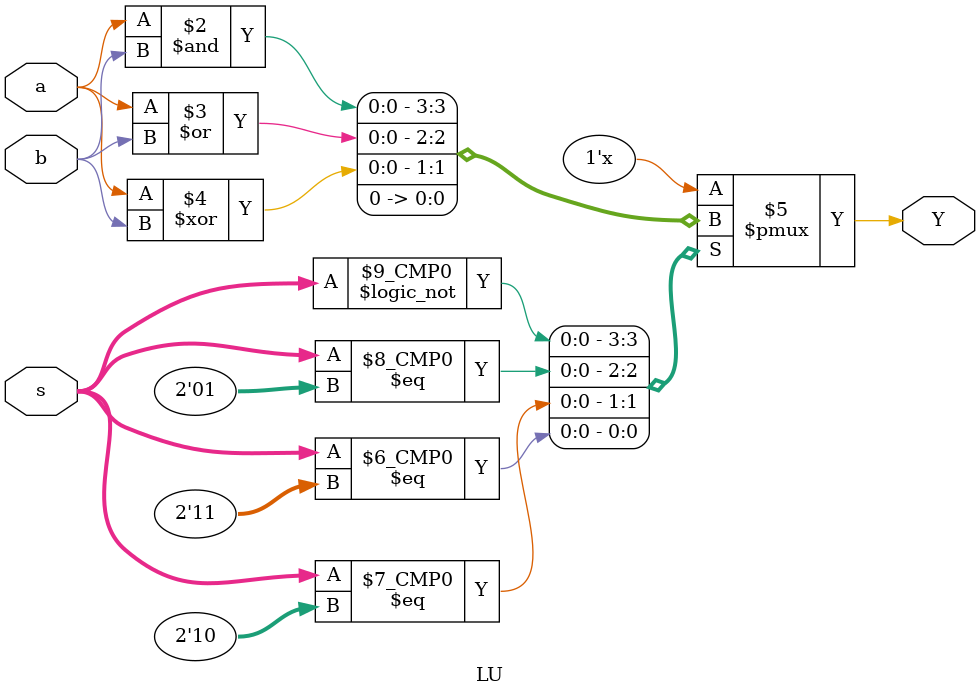
<source format=v>
`timescale 1ns / 1ps


module LU(a, b, s, Y);
input a, b;
input [1:0] s;
output Y;
reg Y;
always @(*) begin
    case (s)
        2'b00: Y = a & b;
        2'b01: Y = a | b;
        2'b10: Y = a ^ b;
        2'b11: Y = 0;
        default: Y = 0;
    endcase
end
endmodule

</source>
